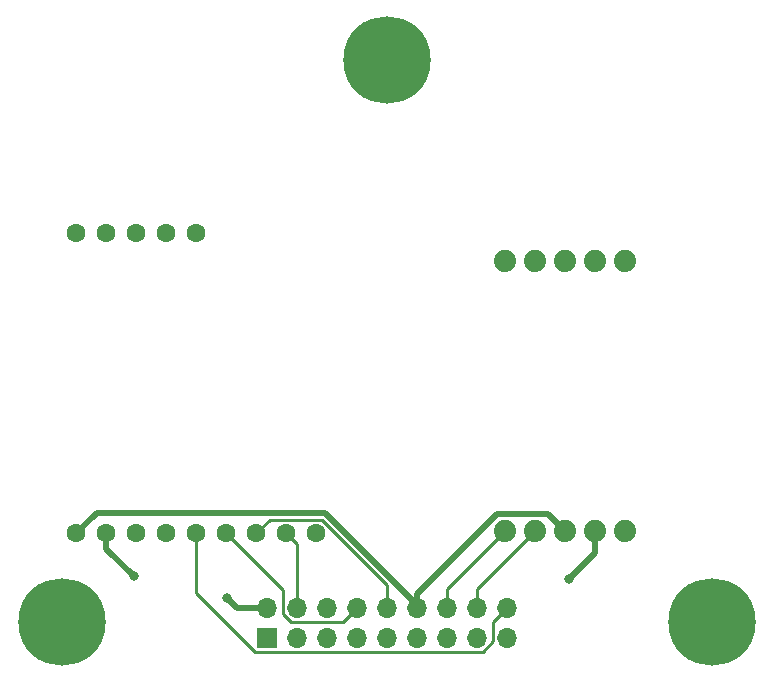
<source format=gbr>
%TF.GenerationSoftware,KiCad,Pcbnew,(6.0.7)*%
%TF.CreationDate,2023-03-09T00:43:44-05:00*%
%TF.ProjectId,EAST_GPS,45415354-5f47-4505-932e-6b696361645f,rev?*%
%TF.SameCoordinates,Original*%
%TF.FileFunction,Copper,L1,Top*%
%TF.FilePolarity,Positive*%
%FSLAX46Y46*%
G04 Gerber Fmt 4.6, Leading zero omitted, Abs format (unit mm)*
G04 Created by KiCad (PCBNEW (6.0.7)) date 2023-03-09 00:43:44*
%MOMM*%
%LPD*%
G01*
G04 APERTURE LIST*
%TA.AperFunction,ComponentPad*%
%ADD10C,4.100000*%
%TD*%
%TA.AperFunction,ConnectorPad*%
%ADD11C,7.400000*%
%TD*%
%TA.AperFunction,ComponentPad*%
%ADD12C,1.600000*%
%TD*%
%TA.AperFunction,ComponentPad*%
%ADD13C,1.879600*%
%TD*%
%TA.AperFunction,ComponentPad*%
%ADD14R,1.700000X1.700000*%
%TD*%
%TA.AperFunction,ComponentPad*%
%ADD15O,1.700000X1.700000*%
%TD*%
%TA.AperFunction,ViaPad*%
%ADD16C,0.800000*%
%TD*%
%TA.AperFunction,Conductor*%
%ADD17C,0.508000*%
%TD*%
%TA.AperFunction,Conductor*%
%ADD18C,0.250000*%
%TD*%
G04 APERTURE END LIST*
D10*
%TO.P,REF\u002A\u002A,1*%
%TO.N,N/C*%
X170641661Y-116845280D03*
D11*
X170641661Y-116845280D03*
%TD*%
D12*
%TO.P,U2,1,VIN*%
%TO.N,/3.3V*%
X116860000Y-109345000D03*
%TO.P,U2,2,GND*%
%TO.N,/GND*%
X119400000Y-109345000D03*
%TO.P,U2,3,EN*%
%TO.N,unconnected-(U2-Pad3)*%
X121940000Y-109345000D03*
%TO.P,U2,4,G0*%
%TO.N,unconnected-(U2-Pad4)*%
X124480000Y-109345000D03*
%TO.P,U2,5,SCK*%
%TO.N,/SCK 1*%
X127020000Y-109345000D03*
%TO.P,U2,6,MISO*%
%TO.N,/MOSI 1*%
X129560000Y-109345000D03*
%TO.P,U2,7,MOSI*%
%TO.N,/MISO 1*%
X132100000Y-109345000D03*
%TO.P,U2,8,CS*%
%TO.N,/CS 1*%
X134640000Y-109345000D03*
%TO.P,U2,9,RST*%
%TO.N,unconnected-(U2-Pad9)*%
X137180000Y-109345000D03*
%TO.P,U2,10,G5*%
%TO.N,unconnected-(U2-Pad10)*%
X127020000Y-83945000D03*
%TO.P,U2,11,G4*%
%TO.N,unconnected-(U2-Pad11)*%
X124480000Y-83945000D03*
%TO.P,U2,12,G3*%
%TO.N,unconnected-(U2-Pad12)*%
X121940000Y-83945000D03*
%TO.P,U2,13,G2*%
%TO.N,unconnected-(U2-Pad13)*%
X119400000Y-83945000D03*
%TO.P,U2,14,G1*%
%TO.N,unconnected-(U2-Pad14)*%
X116860000Y-83945000D03*
%TD*%
D13*
%TO.P,U1,1,INT*%
%TO.N,unconnected-(U1-Pad1)*%
X163309700Y-109101750D03*
%TO.P,U1,2,GND*%
%TO.N,/GND*%
X160769700Y-109101750D03*
%TO.P,U1,3,3.3V*%
%TO.N,/3.3V*%
X158229700Y-109101750D03*
%TO.P,U1,4,SDA*%
%TO.N,/SDA 2*%
X155689700Y-109101750D03*
%TO.P,U1,5,SCL*%
%TO.N,/SCL 2*%
X153149700Y-109101750D03*
%TO.P,U1,6,WAKE*%
%TO.N,unconnected-(U1-Pad6)*%
X163309700Y-86241750D03*
%TO.P,U1,7,RST*%
%TO.N,unconnected-(U1-Pad7)*%
X160769700Y-86241750D03*
%TO.P,U1,8,PPS*%
%TO.N,unconnected-(U1-Pad8)*%
X158229700Y-86241750D03*
%TO.P,U1,9,RX*%
%TO.N,unconnected-(U1-Pad9)*%
X155689700Y-86241750D03*
%TO.P,U1,10,TX*%
%TO.N,unconnected-(U1-Pad10)*%
X153149700Y-86241750D03*
%TD*%
D14*
%TO.P,J1,1,Pin_1*%
%TO.N,/V_BATT*%
X132979000Y-118191200D03*
D15*
%TO.P,J1,2,Pin_2*%
%TO.N,/GND*%
X132979000Y-115651200D03*
%TO.P,J1,3,Pin_3*%
%TO.N,/RX 2*%
X135519000Y-118191200D03*
%TO.P,J1,4,Pin_4*%
%TO.N,/CS 1*%
X135519000Y-115651200D03*
%TO.P,J1,5,Pin_5*%
%TO.N,/TX 2*%
X138059000Y-118191200D03*
%TO.P,J1,6,Pin_6*%
%TO.N,/CS 2*%
X138059000Y-115651200D03*
%TO.P,J1,7,Pin_7*%
%TO.N,/SCL 1*%
X140599000Y-118191200D03*
%TO.P,J1,8,Pin_8*%
%TO.N,/MOSI 1*%
X140599000Y-115651200D03*
%TO.P,J1,9,Pin_9*%
%TO.N,/SDA 1*%
X143139000Y-118191200D03*
%TO.P,J1,10,Pin_10*%
%TO.N,/MISO 1*%
X143139000Y-115651200D03*
%TO.P,J1,11,Pin_11*%
%TO.N,/TX 1*%
X145679000Y-118191200D03*
%TO.P,J1,12,Pin_12*%
%TO.N,/3.3V*%
X145679000Y-115651200D03*
%TO.P,J1,13,Pin_13*%
%TO.N,/RX 1*%
X148219000Y-118191200D03*
%TO.P,J1,14,Pin_14*%
%TO.N,/SCL 2*%
X148219000Y-115651200D03*
%TO.P,J1,15,Pin_15*%
%TO.N,/CS 3*%
X150759000Y-118191200D03*
%TO.P,J1,16,Pin_16*%
%TO.N,/SDA 2*%
X150759000Y-115651200D03*
%TO.P,J1,17,Pin_17*%
%TO.N,/CS 4*%
X153299000Y-118191200D03*
%TO.P,J1,18,Pin_18*%
%TO.N,/SCK 1*%
X153299000Y-115651200D03*
%TD*%
D10*
%TO.P,REF\u002A\u002A,1*%
%TO.N,N/C*%
X115644369Y-116840000D03*
D11*
X115644369Y-116840000D03*
%TD*%
%TO.P,REF\u002A\u002A,1*%
%TO.N,N/C*%
X143147778Y-69222624D03*
D10*
X143147778Y-69222624D03*
%TD*%
D16*
%TO.N,/GND*%
X121691400Y-112979200D03*
X129641600Y-114808000D03*
X158597600Y-113207800D03*
%TD*%
D17*
%TO.N,/GND*%
X130484800Y-115651200D02*
X129641600Y-114808000D01*
X119400000Y-110687800D02*
X121691400Y-112979200D01*
X132979000Y-115651200D02*
X130484800Y-115651200D01*
X119400000Y-109345000D02*
X119400000Y-110687800D01*
X160769700Y-111035700D02*
X158597600Y-113207800D01*
X160769700Y-109101750D02*
X160769700Y-111035700D01*
%TO.N,/3.3V*%
X145679000Y-115434179D02*
X145679000Y-115651200D01*
X145679000Y-114449119D02*
X152454504Y-107673615D01*
X145679000Y-115651200D02*
X145679000Y-114449119D01*
X116860000Y-109345000D02*
X118564000Y-107641000D01*
X156801565Y-107673615D02*
X158229700Y-109101750D01*
X152454504Y-107673615D02*
X156801565Y-107673615D01*
X137885821Y-107641000D02*
X145679000Y-115434179D01*
X118564000Y-107641000D02*
X137885821Y-107641000D01*
D18*
%TO.N,/MOSI 1*%
X134344000Y-114129000D02*
X129560000Y-109345000D01*
X134344000Y-116137901D02*
X134344000Y-114129000D01*
X139424000Y-116826200D02*
X135032299Y-116826200D01*
X140599000Y-115651200D02*
X139424000Y-116826200D01*
X135032299Y-116826200D02*
X134344000Y-116137901D01*
%TO.N,/MISO 1*%
X143139000Y-113713009D02*
X137645991Y-108220000D01*
X137645991Y-108220000D02*
X133225000Y-108220000D01*
X133225000Y-108220000D02*
X132100000Y-109345000D01*
X143139000Y-115651200D02*
X143139000Y-113713009D01*
%TO.N,/SCK 1*%
X151245701Y-119366200D02*
X131990000Y-119366200D01*
X131990000Y-119366200D02*
X127020000Y-114396200D01*
X153299000Y-115651200D02*
X152124000Y-116826200D01*
X152124000Y-118487901D02*
X151245701Y-119366200D01*
X127020000Y-114396200D02*
X127020000Y-109345000D01*
X152124000Y-116826200D02*
X152124000Y-118487901D01*
%TO.N,/CS 1*%
X135519000Y-110224000D02*
X134640000Y-109345000D01*
X135519000Y-115651200D02*
X135519000Y-110224000D01*
%TO.N,/SDA 2*%
X150759000Y-115651200D02*
X150759000Y-114032450D01*
X150759000Y-114032450D02*
X155689700Y-109101750D01*
%TO.N,/SCL 2*%
X148219000Y-114032450D02*
X153149700Y-109101750D01*
X148219000Y-115651200D02*
X148219000Y-114032450D01*
%TD*%
M02*

</source>
